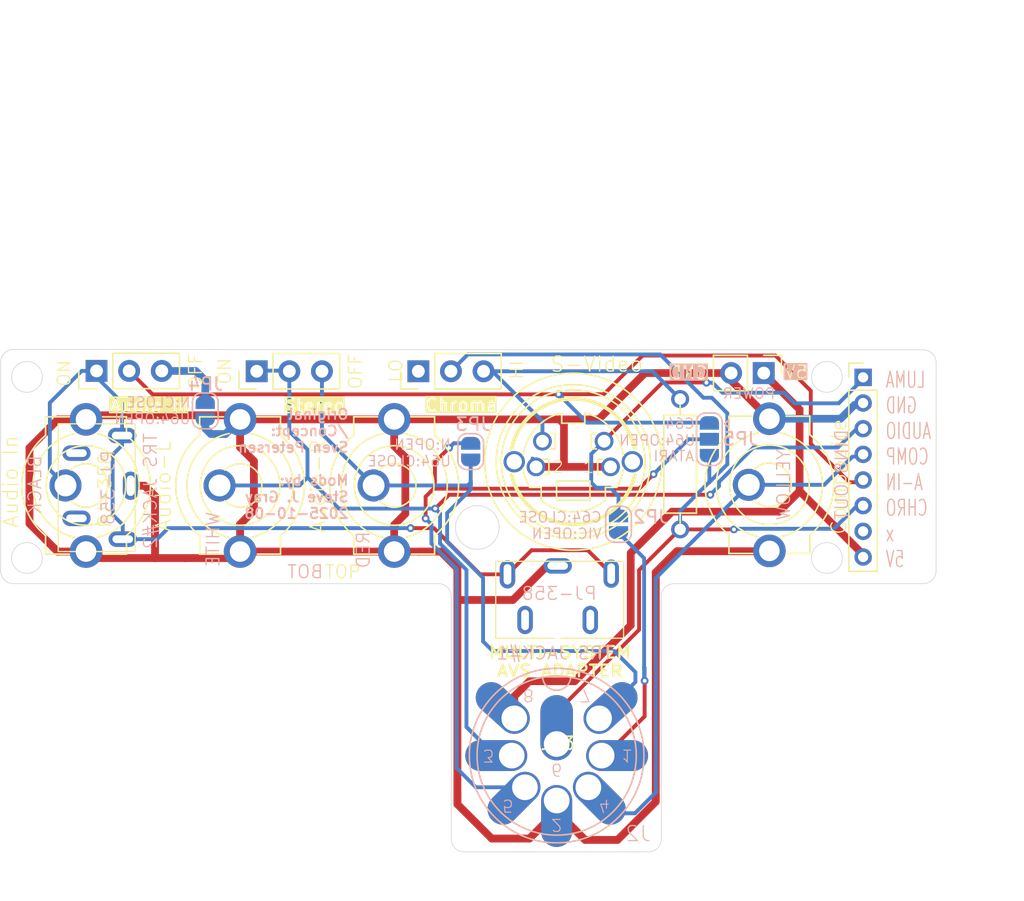
<source format=kicad_pcb>
(kicad_pcb (version 20241229) (generator "pcbnew") (generator_version "9.0")
  (layers (0 "F.Cu" signal) (2 "B.Cu" signal) (13 "F.Paste" user) (15 "B.Paste" user) (5 "F.SilkS" user "F.Silkscreen") (7 "B.SilkS" user "B.Silkscreen") (1 "F.Mask" user) (3 "B.Mask" user) (25 "Edge.Cuts" user))
  (net 0 "")
  (net 1 "ChromaFix")
  (net 2 "GND")
  (net 4 "Luma")
  (net 6 "Composite")
  (net 7 "AudioR")
  (net 8 "AudioL")
  (net 9 "Chroma")
  (net 10 "5V")
  (net 11 "AudioIN")
  (net 12 "ExtAudio")
  (net 14 "Net-(J7-Pin_3)")
  (net 15 "Net-(JP3-B)")
  (net 16 "Net-(JP2-B)")
  (footprint "Connector_PinHeader_2.54mm:PinHeader_1x03_P2.54mm_Vertical" (layer "F.Cu") (at 128.820001 89.175 90)
    (property "Reference" "J7" (hide yes))
    (property "Value" "Audio IN" (hide yes))
    (pad "1" thru_hole rect (at 0 0 90) (size 1.7 1.7) (drill 1) (layers "*.Cu" "*.Mask") (net 12 "ExtAudio"))
    (pad "2" thru_hole circle (at 0 2.54 90) (size 1.7 1.7) (drill 1) (layers "*.Cu" "*.Mask") (net 11 "AudioIN"))
    (pad "3" thru_hole circle (at 0 5.079999 90) (size 1.7 1.7) (drill 1) (layers "*.Cu" "*.Mask") (net 14 "Net-(J7-Pin_3)"))
  )
  (footprint "C64_AV-Adaptor:R-10" (layer "F.Cu") (at 174.275 96.445001 90)
    (property "Reference" "R1" (hide yes))
    (property "Value" "330R" (hide yes))
    (pad "1" thru_hole circle (at -5.079999 0 90) (size 1.397 1.397) (drill 0.889) (layers "*.Cu" "*.Mask") (net 9 "Chroma"))
    (pad "2" thru_hole circle (at 5.079999 0 90) (size 1.397 1.397) (drill 0.889) (layers "*.Cu" "*.Mask") (net 1 "ChromaFix"))
  )
  (footprint "Connector_PinHeader_2.54mm:PinHeader_1x03_P2.54mm_Vertical" (layer "F.Cu") (at 141.295001 89.2 90)
    (property "Reference" "J8" (hide yes))
    (property "Value" "Stereo" (hide yes))
    (pad "1" thru_hole rect (at 0 0 90) (size 1.7 1.7) (drill 1) (layers "*.Cu" "*.Mask") (net 8 "AudioL"))
    (pad "2" thru_hole circle (at 0 2.54 90) (size 1.7 1.7) (drill 1) (layers "*.Cu" "*.Mask") (net 8 "AudioL"))
    (pad "3" thru_hole circle (at 0 5.079999 90) (size 1.7 1.7) (drill 1) (layers "*.Cu" "*.Mask") (net 7 "AudioR"))
  )
  (footprint "C64_AV-Adaptor:MINIDIN4_V" (layer "F.Cu") (at 165.95 96.25)
    (property "Reference" "J1" (hide yes))
    (property "Value" "RTC9028" (hide yes))
    (fp_text user "2" (at -1.2 0.4 0) (layer "F.SilkS") (effects (font (size 0.93472 0.93472) (thickness 0.08128))))
    (fp_text user "1" (at 1.2 0.4 0) (layer "F.SilkS") (effects (font (size 0.93472 0.93472) (thickness 0.08128))))
    (pad "1" thru_hole circle (at 2.9 0.4) (size 1.4572 1.4572) (drill 1) (layers "*.Cu" "*.Mask") (net 2 "GND"))
    (pad "2" thru_hole circle (at -2.9 0.4) (size 1.4572 1.4572) (drill 1) (layers "*.Cu" "*.Mask") (net 2 "GND"))
    (pad "3" thru_hole circle (at 2.4 -1.6) (size 1.4572 1.4572) (drill 1) (layers "*.Cu" "*.Mask") (net 4 "Luma"))
    (pad "4" thru_hole circle (at -2.4 -1.6) (size 1.4572 1.4572) (drill 1) (layers "*.Cu" "*.Mask") (net 1 "ChromaFix"))
    (pad "CS1" thru_hole circle (at 4.6 0) (size 1.6572 1.6572) (drill 1.2) (layers "*.Cu" "*.Mask"))
    (pad "CS2" thru_hole circle (at -4.6 0) (size 1.6572 1.6572) (drill 1.2) (layers "*.Cu" "*.Mask"))
  )
  (footprint "PJ-358:Jack_3.5mm_CUI_PJ-358_vertical" (layer "F.Cu") (at 126.4412 98.1202 90)
    (property "Reference" "J12" (hide yes))
    (property "Value" "AudioJack3_SwitchTR" (hide yes))
    (pad "R" thru_hole oval (at -4.1656 4.4196 90) (size 1.2 2.2) (drill oval 0.6 1.6) (layers "*.Cu" "*.Mask") (net 12 "ExtAudio"))
    (pad "RN" thru_hole oval (at -2.54 0.8128 90) (size 1.2 2.2) (drill oval 0.6 1.6) (layers "*.Cu" "*.Mask"))
    (pad "S" thru_hole oval (at 0 5.029199 90) (size 2.2 1.2) (drill oval 1.6 0.6) (layers "*.Cu" "*.Mask") (net 2 "GND"))
    (pad "T" thru_hole oval (at 3.9116 4.3688 270) (size 1.2 2.2) (drill oval 0.6 1.6) (layers "*.Cu" "*.Mask") (net 12 "ExtAudio"))
    (pad "TN" thru_hole oval (at 2.54 0.8128 270) (size 1.2 2.2) (drill oval 0.6 1.6) (layers "*.Cu" "*.Mask"))
  )
  (footprint "Connector_PinHeader_2.00mm:PinHeader_1x08_P2.00mm_Vertical" (layer "F.Cu") (at 188.525 89.675)
    (property "Reference" "J11" (hide yes))
    (property "Value" "DIN OUT" (hide yes))
    (pad "1" thru_hole rect (at 0 0) (size 1.35 1.35) (drill 0.8) (layers "*.Cu" "*.Mask") (net 4 "Luma"))
    (pad "2" thru_hole circle (at 0 2) (size 1.35 1.35) (drill 0.8) (layers "*.Cu" "*.Mask") (net 2 "GND"))
    (pad "3" thru_hole circle (at 0 4) (size 1.35 1.35) (drill 0.8) (layers "*.Cu" "*.Mask") (net 8 "AudioL"))
    (pad "4" thru_hole circle (at 0 6) (size 1.35 1.35) (drill 0.8) (layers "*.Cu" "*.Mask") (net 6 "Composite"))
    (pad "5" thru_hole circle (at 0 8) (size 1.35 1.35) (drill 0.8) (layers "*.Cu" "*.Mask") (net 11 "AudioIN"))
    (pad "6" thru_hole circle (at 0 10) (size 1.35 1.35) (drill 0.8) (layers "*.Cu" "*.Mask") (net 9 "Chroma"))
    (pad "7" thru_hole circle (at 0 12) (size 1.35 1.35) (drill 0.8) (layers "*.Cu" "*.Mask"))
    (pad "8" thru_hole circle (at 0 14) (size 1.35 1.35) (drill 0.8) (layers "*.Cu" "*.Mask") (net 10 "5V"))
  )
  (footprint "PJ-358:Jack_3.5mm_CUI_PJ-358_vertical" (layer "F.Cu") (at 164.7366 109.3938 180)
    (property "Reference" "J13" (at 0 -8.8 0) (layer "F.SilkS"))
    (property "Value" "AudioJack3_SwitchTR")
    (pad "" np_thru_hole circle (at 0 -0.0508 180) (size 1.2 1.2) (drill 1.2) (layers "*.Cu" "*.Mask"))
    (pad "R" thru_hole oval (at -4.1656 4.4196 180) (size 1.2 2.2) (drill oval 0.6 1.6) (layers "*.Cu" "*.Mask") (net 12 "ExtAudio"))
    (pad "RN" thru_hole oval (at -2.54 0.8128 180) (size 1.2 2.2) (drill oval 0.6 1.6) (layers "*.Cu" "*.Mask"))
    (pad "S" thru_hole oval (at 0 5.029199 180) (size 2.2 1.2) (drill oval 1.6 0.6) (layers "*.Cu" "*.Mask") (net 2 "GND"))
    (pad "T" thru_hole oval (at 3.9116 4.3688) (size 1.2 2.2) (drill oval 0.6 1.6) (layers "*.Cu" "*.Mask") (net 12 "ExtAudio"))
    (pad "TN" thru_hole oval (at 2.54 0.8128) (size 1.2 2.2) (drill oval 0.6 1.6) (layers "*.Cu" "*.Mask"))
  )
  (footprint "C64_AV-Adaptor:RCJ-02X" (layer "F.Cu") (at 181.225 98.05 90)
    (property "Reference" "J6" (hide yes))
    (property "Value" "RCJ-024")
    (pad "R1" thru_hole circle (at -5.15 0 90) (size 2.54 2.54) (drill 1.6) (layers "*.Cu" "*.Mask") (net 2 "GND"))
    (pad "R2" thru_hole circle (at 5.15 0 90) (size 2.54 2.54) (drill 1.6) (layers "*.Cu" "*.Mask") (net 2 "GND"))
    (pad "T" thru_hole circle (at 0 -1.6 90) (size 2.5 2.5) (drill 1.7) (layers "*.Cu" "*.Mask") (net 6 "Composite"))
  )
  (footprint "C64_AV-Adaptor:RCJ-02X" (layer "F.Cu") (at 128 98.1 90)
    (property "Reference" "J3" (hide yes))
    (property "Value" "RCJ-021" (hide yes))
    (pad "R1" thru_hole circle (at -5.15 0 90) (size 2.54 2.54) (drill 1.6) (layers "*.Cu" "*.Mask") (net 2 "GND"))
    (pad "R2" thru_hole circle (at 5.15 0 90) (size 2.54 2.54) (drill 1.6) (layers "*.Cu" "*.Mask") (net 2 "GND"))
    (pad "T" thru_hole circle (at 0 -1.6 90) (size 2.5 2.5) (drill 1.7) (layers "*.Cu" "*.Mask") (net 12 "ExtAudio"))
  )
  (footprint "Connector_PinHeader_2.54mm:PinHeader_1x02_P2.54mm_Vertical" (layer "F.Cu") (at 180.785 89.34 -90)
    (property "Reference" "J10" (hide yes))
    (property "Value" "PowerOut" (hide yes))
    (pad "1" thru_hole rect (at 0 0 270) (size 1.7 1.7) (drill 1) (layers "*.Cu" "*.Mask") (net 10 "5V"))
    (pad "2" thru_hole circle (at 0 2.54 270) (size 1.7 1.7) (drill 1) (layers "*.Cu" "*.Mask") (net 2 "GND"))
  )
  (footprint "C64_AV-Adaptor:RCJ-02X" (layer "F.Cu") (at 152 98.1 90)
    (property "Reference" "J5" (hide yes))
    (property "Value" "RCJ-022" (hide yes))
    (pad "R1" thru_hole circle (at -5.15 0 90) (size 2.54 2.54) (drill 1.6) (layers "*.Cu" "*.Mask") (net 2 "GND"))
    (pad "R2" thru_hole circle (at 5.15 0 90) (size 2.54 2.54) (drill 1.6) (layers "*.Cu" "*.Mask") (net 2 "GND"))
    (pad "T" thru_hole circle (at 0 -1.6 90) (size 2.5 2.5) (drill 1.7) (layers "*.Cu" "*.Mask") (net 7 "AudioR"))
  )
  (footprint "Connector_PinHeader_2.54mm:PinHeader_1x03_P2.54mm_Vertical" (layer "F.Cu") (at 153.882501 89.2 90)
    (property "Reference" "J9" (hide yes))
    (property "Value" "ChromaFix" (hide yes))
    (pad "1" thru_hole rect (at 0 0 90) (size 1.7 1.7) (drill 1) (layers "*.Cu" "*.Mask"))
    (pad "2" thru_hole circle (at 0 2.54 90) (size 1.7 1.7) (drill 1) (layers "*.Cu" "*.Mask") (net 9 "Chroma"))
    (pad "3" thru_hole circle (at 0 5.079999 90) (size 1.7 1.7) (drill 1) (layers "*.Cu" "*.Mask") (net 1 "ChromaFix"))
  )
  (footprint "C64_AV-Adaptor:RCJ-02X" (layer "F.Cu") (at 140 98.1 90)
    (property "Reference" "J4" (hide yes))
    (property "Value" "RCJ-023" (hide yes))
    (pad "R1" thru_hole circle (at -5.15 0 90) (size 2.54 2.54) (drill 1.6) (layers "*.Cu" "*.Mask") (net 2 "GND"))
    (pad "R2" thru_hole circle (at 5.15 0 90) (size 2.54 2.54) (drill 1.6) (layers "*.Cu" "*.Mask") (net 2 "GND"))
    (pad "T" thru_hole circle (at 0 -1.6 90) (size 2.5 2.5) (drill 1.7) (layers "*.Cu" "*.Mask") (net 8 "AudioL"))
  )
  (footprint "Jumper:SolderJumper-2_P1.3mm_Open_RoundedPad1.0x1.5mm" (layer "B.Cu") (at 137.287 92.288601 -90)
    (property "Reference" "JP4" (at -2.093201 -0.0254 180) (layer "B.SilkS") (effects (justify mirror)))
    (property "Value" "Audio GND Option")
    (pad "1" smd custom (at -0.649999 0 270) (size 1 0.5) (layers "B.Cu" "B.Mask") (net 14 "Net-(J7-Pin_3)") (options (clearance outline) (anchor rect)) (primitives (gr_circle (center 0 -0.25) (end 0.5 -0.25) (width 0) (fill yes)) (gr_circle (center 0 0.25) (end 0.5 0.25) (width 0) (fill yes)) (gr_poly (pts (xy 0.5 -0.75) (xy 0 -0.75) (xy 0 0.75) (xy 0.5 0.75)) (width 0) (fill yes))))
    (pad "2" smd custom (at 0.649999 0 270) (size 1 0.5) (layers "B.Cu" "B.Mask") (net 2 "GND") (options (clearance outline) (anchor rect)) (primitives (gr_circle (center 0 -0.25) (end 0.5 -0.25) (width 0) (fill yes)) (gr_circle (center 0 0.25) (end 0.5 0.25) (width 0) (fill yes)) (gr_poly (pts (xy 0 -0.75) (xy -0.5 -0.75) (xy -0.5 0.75) (xy 0 0.75)) (width 0) (fill yes))))
  )
  (footprint "C64_AV-Adaptor:SV80_INNER" (layer "B.Cu") (at 164.657107 119.150856)
    (property "Reference" "J2" (at 6.35 5.3975 0) (layer "B.SilkS") (effects (font (size 1.176528 1.176528) (thickness 0.093472)) (justify top mirror)))
    (property "Value" "SV80")
    (fp_text user "7" (at 2.2 -4.7 180) (layer "B.SilkS") (effects (font (size 0.93472 0.93472) (thickness 0.08128)) (justify mirror)))
    (fp_text user "8" (at -2.2 -4.7 180) (layer "B.SilkS") (effects (font (size 0.93472 0.93472) (thickness 0.08128)) (justify mirror)))
    (fp_text user "4" (at 3.7 3.9 180) (layer "B.SilkS") (effects (font (size 0.93472 0.93472) (thickness 0.08128)) (justify mirror)))
    (fp_text user "5" (at -3.8 3.9 180) (layer "B.SilkS") (effects (font (size 0.93472 0.93472) (thickness 0.08128)) (justify mirror)))
    (fp_text user "2" (at 0 5.4 180) (layer "B.SilkS") (effects (font (size 0.93472 0.93472) (thickness 0.08128)) (justify mirror)))
    (fp_text user "3" (at -5.3 0 180) (layer "B.SilkS") (effects (font (size 0.93472 0.93472) (thickness 0.08128)) (justify mirror)))
    (fp_text user "1" (at 5.5 0 180) (layer "B.SilkS") (effects (font (size 0.93472 0.93472) (thickness 0.08128)) (justify mirror)))
    (fp_text user "6" (at 0 1.1 180) (layer "B.SilkS") (effects (font (size 0.93472 0.93472) (thickness 0.08128)) (justify mirror)))
    (pad "1" thru_hole oval (at 3.5 0) (size 4.826 2.413) (drill 2 (offset 1.2065 0)) (layers "*.Cu" "*.Mask") (net 16 "Net-(JP2-B)"))
    (pad "2" thru_hole oval (at 0 3.5 270) (size 4.826 2.413) (drill 2 (offset 1.2065 0)) (layers "*.Cu" "*.Mask") (net 2 "GND"))
    (pad "3" thru_hole oval (at -3.5 0 180) (size 4.826 2.413) (drill 2 (offset 1.2065 0)) (layers "*.Cu" "*.Mask") (net 8 "AudioL"))
    (pad "4" thru_hole oval (at 2.47 2.47 315) (size 4.826 2.413) (drill 2 (offset 1.2065 0)) (layers "*.Cu" "*.Mask") (net 6 "Composite"))
    (pad "5" thru_hole oval (at -2.47 2.47 225) (size 4.826 2.413) (drill 2 (offset 1.2065 0)) (layers "*.Cu" "*.Mask") (net 15 "Net-(JP3-B)"))
    (pad "6" thru_hole oval (at 0 -0.9 90) (size 5.08 2.54) (drill 2 (offset 1.27 0)) (layers "*.Cu" "*.Mask") (net 9 "Chroma"))
    (pad "7" thru_hole oval (at 3.3 -2.9 42) (size 4.826 2.413) (drill 2 (offset 1.2065 0)) (layers "*.Cu" "*.Mask") (net 7 "AudioR"))
    (pad "8" thru_hole oval (at -3.3 -2.9 138) (size 4.826 2.413) (drill 2 (offset 1.2065 0)) (layers "*.Cu" "*.Mask") (net 10 "5V"))
  )
  (footprint "Jumper:SolderJumper-2_P1.3mm_Open_RoundedPad1.0x1.5mm" (layer "B.Cu") (at 157.9626 95.463601 90)
    (property "Reference" "JP3" (at 2.138601 0.1624 180) (layer "B.SilkS") (effects (justify mirror)))
    (property "Value" "U64")
    (pad "1" smd custom (at -0.649999 0 90) (size 1 0.5) (layers "B.Cu" "B.Mask") (net 7 "AudioR") (options (clearance outline) (anchor rect)) (primitives (gr_circle (center 0 -0.25) (end 0.5 -0.25) (width 0) (fill yes)) (gr_circle (center 0 0.25) (end 0.5 0.25) (width 0) (fill yes)) (gr_poly (pts (xy 0.5 -0.75) (xy 0 -0.75) (xy 0 0.75) (xy 0.5 0.75)) (width 0) (fill yes))))
    (pad "2" smd custom (at 0.649999 0 90) (size 1 0.5) (layers "B.Cu" "B.Mask") (net 15 "Net-(JP3-B)") (options (clearance outline) (anchor rect)) (primitives (gr_circle (center 0 -0.25) (end 0.5 -0.25) (width 0) (fill yes)) (gr_circle (center 0 0.25) (end 0.5 0.25) (width 0) (fill yes)) (gr_poly (pts (xy 0 -0.75) (xy -0.5 -0.75) (xy -0.5 0.75) (xy 0 0.75)) (width 0) (fill yes))))
  )
  (footprint "Jumper:SolderJumper-3_P1.3mm_Open_RoundedPad1.0x1.5mm" (layer "B.Cu") (at 176.55 94.5 -90)
    (property "Reference" "JP5" (at -0.025 -2.4 0) (layer "B.SilkS") (effects (justify mirror)))
    (property "Value" "PIN5")
    (pad "1" smd custom (at -1.3 0 270) (size 1 0.5) (layers "B.Cu" "B.Mask") (net 11 "AudioIN") (options (clearance outline) (anchor rect)) (primitives (gr_circle (center 0 -0.25) (end 0.5 -0.25) (width 0) (fill yes)) (gr_circle (center 0 0.25) (end 0.5 0.25) (width 0) (fill yes)) (gr_poly (pts (xy 0.55 -0.75) (xy 0 -0.75) (xy 0 0.75) (xy 0.55 0.75)) (width 0) (fill yes))))
    (pad "2" smd rect (at 0 0 270) (size 1 1.5) (layers "B.Cu" "B.Mask") (net 15 "Net-(JP3-B)"))
    (pad "3" smd custom (at 1.3 0 270) (size 1 0.5) (layers "B.Cu" "B.Mask") (net 9 "Chroma") (options (clearance outline) (anchor rect)) (primitives (gr_circle (center 0 -0.25) (end 0.5 -0.25) (width 0) (fill yes)) (gr_circle (center 0 0.25) (end 0.5 0.25) (width 0) (fill yes)) (gr_poly (pts (xy 0 -0.75) (xy -0.55 -0.75) (xy -0.55 0.75) (xy 0 0.75)) (width 0) (fill yes))))
  )
  (footprint "Jumper:SolderJumper-2_P1.3mm_Open_RoundedPad1.0x1.5mm" (layer "B.Cu") (at 169.475 101.125 -90)
    (property "Reference" "JP2" (at -0.575 -2.5 0) (layer "B.SilkS") (effects (justify mirror)))
    (property "Value" "Luma Enable")
    (pad "1" smd custom (at -0.649999 0 270) (size 1 0.5) (layers "B.Cu" "B.Mask") (net 4 "Luma") (options (clearance outline) (anchor rect)) (primitives (gr_circle (center 0 -0.25) (end 0.5 -0.25) (width 0) (fill yes)) (gr_circle (center 0 0.25) (end 0.5 0.25) (width 0) (fill yes)) (gr_poly (pts (xy 0.5 -0.75) (xy 0 -0.75) (xy 0 0.75) (xy 0.5 0.75)) (width 0) (fill yes))))
    (pad "2" smd custom (at 0.649999 0 270) (size 1 0.5) (layers "B.Cu" "B.Mask") (net 16 "Net-(JP2-B)") (options (clearance outline) (anchor rect)) (primitives (gr_circle (center 0 -0.25) (end 0.5 -0.25) (width 0) (fill yes)) (gr_circle (center 0 0.25) (end 0.5 0.25) (width 0) (fill yes)) (gr_poly (pts (xy 0 -0.75) (xy -0.5 -0.75) (xy -0.5 0.75) (xy 0 0.75)) (width 0) (fill yes))))
  )
  (gr_arc (start 194.21 104.75) (mid 193.917107 105.457107) (end 193.21 105.75) (stroke (width 0.05)) (layer "Edge.Cuts"))
  (gr_line (start 173.812197 105.750001) (end 193.21 105.75) (stroke (width 0.05)) (layer "Edge.Cuts"))
  (gr_arc (start 172.81 125.65) (mid 172.517107 126.357107) (end 171.81 126.65) (stroke (width 0.05)) (layer "Edge.Cuts"))
  (gr_arc (start 122.35 105.75) (mid 121.642893 105.457107) (end 121.35 104.75) (stroke (width 0.05)) (layer "Edge.Cuts"))
  (gr_line (start 122.35 87.5) (end 187.0411 87.53) (stroke (width 0.05)) (layer "Edge.Cuts"))
  (gr_line (start 194.21 104.75) (end 194.2149 88.53) (stroke (width 0.05)) (layer "Edge.Cuts"))
  (gr_line (start 121.35 104.75) (end 121.35 88.5) (stroke (width 0.05)) (layer "Edge.Cuts"))
  (gr_line (start 172.81 125.65) (end 172.8122 106.75) (stroke (width 0.05)) (layer "Edge.Cuts"))
  (gr_line (start 156.44765 106.759999) (end 156.44765 125.644401) (stroke (width 0.05)) (layer "Edge.Cuts"))
  (gr_arc (start 193.2149 87.53) (mid 193.922007 87.822893) (end 194.2149 88.53) (stroke (width 0.05)) (layer "Edge.Cuts"))
  (gr_arc (start 155.44765 105.75) (mid 156.154757 106.042893) (end 156.44765 106.75) (stroke (width 0.05)) (layer "Edge.Cuts"))
  (gr_arc (start 121.35 88.5) (mid 121.642893 87.792893) (end 122.35 87.5) (stroke (width 0.05)) (layer "Edge.Cuts"))
  (gr_line (start 155.4477 105.75) (end 122.35 105.75) (stroke (width 0.05)) (layer "Edge.Cuts"))
  (gr_arc (start 172.8122 106.75) (mid 173.105095 106.042912) (end 173.812197 105.75005) (stroke (width 0.05)) (layer "Edge.Cuts"))
  (gr_circle (center 123.4 89.64) (end 124.6 89.64) (stroke (width 0.05)) (fill no) (layer "Edge.Cuts"))
  (gr_arc (start 157.44765 126.6544) (mid 156.740543 126.361507) (end 156.44765 125.6544) (stroke (width 0.05)) (layer "Edge.Cuts"))
  (gr_line (start 187.0411 87.53) (end 193.2149 87.53) (stroke (width 0.05)) (layer "Edge.Cuts"))
  (gr_line (start 171.81 126.65) (end 157.44765 126.6544) (stroke (width 0.05)) (layer "Edge.Cuts"))
  (gr_circle (center 123.4 103.75) (end 124.6 103.75) (stroke (width 0.05)) (fill no) (layer "Edge.Cuts"))
  (gr_circle (center 185.7 89.64) (end 186.9 89.64) (stroke (width 0.05)) (fill no) (layer "Edge.Cuts"))
  (gr_circle (center 158.475 101.375) (end 160.175 101.375) (stroke (width 0.05)) (fill no) (layer "Edge.Cuts"))
  (gr_circle (center 185.7 103.75) (end 186.9 103.75) (stroke (width 0.05)) (fill no) (layer "Edge.Cuts"))
  (gr_text "Composite" (at 187.325 97.425 90) (layer "F.SilkS") (effects (font (size 1.1684 1.1684) (thickness 0.1016)) (justify bottom)))
  (gr_text "OFF" (at 136.525 89.2048 90) (layer "F.SilkS") (effects (font (size 1 1) (thickness 0.1))))
  (gr_text "GND" (at 173.36 89.275 0) (layer "F.SilkS" knockout) (effects (font (size 1 1) (thickness 0.1)) (justify left)))
  (gr_text "HI" (at 161.5375 89.925 90) (layer "F.SilkS") (effects (font (size 1 1) (thickness 0.1)) (justify left)))
  (gr_text "PJ-358" (at 130.05 101.475 90) (layer "F.SilkS") (effects (font (size 1 1) (thickness 0.1)) (justify left bottom)))
  (gr_text "TOP" (at 148 104.825 0) (layer "F.SilkS") (effects (font (size 1 1) (thickness 0.1))))
  (gr_text "Audio In" (at 132.95 91.275 0) (layer "F.SilkS" knockout) (effects (font (size 1 1) (thickness 0.1)) (justify top)))
  (gr_text "LO" (at 152.125 90.15 90) (layer "F.SilkS") (effects (font (size 1 1) (thickness 0.1)) (justify left)))
  (gr_text "MULTI-SYSTEM\nAVS ADAPTER" (at 164.9222 113.0808 0) (layer "F.SilkS") (effects (font (size 0.9 1) (thickness 0.18) (bold yes)) (justify bottom)))
  (gr_text "Chroma" (at 157.225 91.825 0) (layer "F.SilkS" knockout) (effects (font (size 1 1) (thickness 0.1))))
  (gr_text "ON" (at 126.2888 89.3572 90) (layer "F.SilkS") (effects (font (size 1 1) (thickness 0.1))))
  (gr_text "ON" (at 138.79095 89.198069 90) (layer "F.SilkS") (effects (font (size 1 1) (thickness 0.1))))
  (gr_text "OFF" (at 148.97635 89.223469 90) (layer "F.SilkS") (effects (font (size 1 1) (thickness 0.1))))
  (gr_text "5V" (at 182.24 89.275 0) (layer "F.SilkS" knockout) (effects (font (size 1 1) (thickness 0.1)) (justify left)))
  (gr_text "Audio-L" (at 134.7 98.15 90) (layer "F.SilkS") (effects (font (size 1.1684 1.1684) (thickness 0.1016)) (justify bottom)))
  (gr_text "Audio In" (at 122.8 97.8 90) (layer "F.SilkS") (effects (font (size 1.1684 1.1684) (thickness 0.1016)) (justify bottom)))
  (gr_text "Audio-R" (at 146.75 98.15 90) (layer "F.SilkS") (effects (font (size 1.1684 1.1684) (thickness 0.1016)) (justify bottom)))
  (gr_text "S-Video" (at 164.1 88.65 0) (layer "F.SilkS") (effects (font (size 1.1684 1.1684) (thickness 0.1016)) (justify left)))
  (gr_text "Stereo" (at 145.8 91.275 0) (layer "F.SilkS" knockout) (effects (font (size 1 1) (thickness 0.1)) (justify top)))
  (gr_text "LUMA\nGND\nAUDIO\nCOMP\nA-IN\nCHRO\nx\n5V" (at 190.22 104.57 0) (layer "B.SilkS") (effects (font (size 1.24 0.8) (thickness 0.1)) (justify right bottom mirror)))
  (gr_text "WHITE" (at 138.475 102.3 90) (layer "B.SilkS") (effects (font (size 1 1) (thickness 0.1)) (justify bottom mirror)))
  (gr_text "U64:OPEN" (at 175.525 95.05 0) (layer "B.SilkS") (effects (font (size 0.8 0.8) (thickness 0.1)) (justify left bottom mirror)))
  (gr_text "C64" (at 175.475 93.75 0) (layer "B.SilkS") (effects (font (size 0.8 0.8) (thickness 0.1)) (justify left bottom mirror)))
  (gr_text "TRS JACK#2" (at 133.6 93.95 90) (layer "B.SilkS") (effects (font (size 1 1) (thickness 0.1)) (justify left bottom mirror)))
  (gr_text "N:OPEN\nU64:CLOSE" (at 156.4894 96.6724 0) (layer "B.SilkS") (effects (font (size 0.8 0.8) (thickness 0.1)) (justify left bottom mirror)))
  (gr_text "C64:CLOSE\nVIC:OPEN" (at 168.225 102.325 0) (layer "B.SilkS") (effects (font (size 0.8 0.8) (thickness 0.1)) (justify left bottom mirror)))
  (gr_text "YELLOW" (at 182.92 98.05 90) (layer "B.SilkS") (effects (font (size 1 1) (thickness 0.1)) (justify bottom mirror)))
  (gr_text "BOT" (at 145.07 105.41 0) (layer "B.SilkS") (effects (font (size 1 1) (thickness 0.1)) (justify bottom mirror)))
  (gr_text "DIN8 OUT" (at 187.45 93.6498 90) (layer "B.SilkS") (effects (font (size 1 1) (thickness 0.1)) (justify left bottom mirror)))
  (gr_text "Original\n/Concept:\nSven Petersen\n\nMods by:\nSteve J. Gray\n2025-10-08" (at 148.525 100.75 0) (layer "B.SilkS") (effects (font (size 0.8 0.8) (thickness 0.15) (bold yes)) (justify left bottom mirror)))
  (gr_text "ATARI" (at 175.425 96.275 0) (layer "B.SilkS") (effects (font (size 0.8 0.8) (thickness 0.1)) (justify left bottom mirror)))
  (gr_text "TRS JACK#1" (at 169.075 111.75 0) (layer "B.SilkS") (effects (font (size 1 1) (thickness 0.1)) (justify left bottom mirror)))
  (gr_text "POWER" (at 177.53 91.4 0) (layer "B.SilkS") (effects (font (size 0.8 0.8) (thickness 0.1)) (justify right bottom mirror)))
  (gr_text "N:CLOSE\nU64:OPEN" (at 136.2 93.375 0) (layer "B.SilkS") (effects (font (size 0.8 0.8) (thickness 0.1)) (justify left bottom mirror)))
  (gr_text "RED" (at 150.175 103.125 90) (layer "B.SilkS") (effects (font (size 1 1) (thickness 0.1)) (justify bottom mirror)))
  (gr_text "GND" (at 176.53 89.32 0) (layer "B.SilkS" knockout) (effects (font (size 1 1) (thickness 0.1)) (justify left mirror)))
  (gr_text "PJ-358" (at 167.85 107.1 0) (layer "B.SilkS") (effects (font (size 1 1) (thickness 0.1)) (justify left bottom mirror)))
  (gr_text "5V" (at 182.34 89.85 0) (layer "B.SilkS" knockout) (effects (font (size 1 1) (thickness 0.1)) (justify right bottom mirror)))
  (gr_text "PJ-358" (at 130.3 95.275 90) (layer "B.SilkS") (effects (font (size 1 1) (thickness 0.1)) (justify left bottom mirror)))
  (gr_text "BLACK" (at 124.6 98.07 90) (layer "B.SilkS") (effects (font (size 1 1) (thickness 0.1)) (justify bottom mirror)))
  (segment (start 163.55 93.1) (end 159.65 89.2) (width 0.3) (layer "B.Cu") (net 1))
  (segment (start 158.9625 89.2) (end 172.109998 89.2) (width 0.3) (layer "B.Cu") (net 1))
  (segment (start 172.109998 89.2) (end 174.275 91.365002) (width 0.3) (layer "B.Cu") (net 1))
  (segment (start 163.55 94.65) (end 163.55 93.1) (width 0.3) (layer "B.Cu") (net 1))
  (segment (start 164.657107 123.492706) (end 164.657107 122.650856) (width 0.6096) (layer "F.Cu") (net 2))
  (segment (start 128.509 103.759) (end 133.3754 103.759) (width 0.6096) (layer "F.Cu") (net 2))
  (segment (start 156.925 122.01) (end 156.925 122.941456) (width 0.6) (layer "F.Cu") (net 2))
  (segment (start 167.925 92.95) (end 164.875 92.95) (width 0.6) (layer "F.Cu") (net 2))
  (segment (start 156.925 107.025) (end 156.925 122.01) (width 0.6096) (layer "F.Cu") (net 2))
  (segment (start 181.2 103.225) (end 174.025 103.225) (width 0.6096) (layer "F.Cu") (net 2))
  (segment (start 161.25 107.025) (end 163.910399 104.364601) (width 0.6096) (layer "F.Cu") (net 2))
  (segment (start 152 103.25) (end 153.9 103.25) (width 0.6) (layer "F.Cu") (net 2))
  (segment (start 140 92.95) (end 139.6838 92.6338) (width 0.6096) (layer "F.Cu") (net 2))
  (segment (start 164.657107 123.506456) (end 164.657107 122.650856) (width 0.6096) (layer "F.Cu") (net 2))
  (segment (start 123.5964 95.1738) (end 125.8202 92.95) (width 0.6096) (layer "F.Cu") (net 2))
  (segment (start 172.375 122.22) (end 172.375 122.6319) (width 0.6096) (layer "F.Cu") (net 2))
  (segment (start 128 103.25) (end 128.509 103.759) (width 0.6096) (layer "F.Cu") (net 2))
  (segment (start 156.925 104.55) (end 156.925 107.025) (width 0.6096) (layer "F.Cu") (net 2))
  (segment (start 164.657107 122.650856) (end 164.657107 124.302894) (width 0.6096) (layer "F.Cu") (net 2))
  (segment (start 135.6868 103.759) (end 139.491 103.759) (width 0.6096) (layer "F.Cu") (net 2))
  (segment (start 172.375 122.22) (end 172.375 122.747106) (width 0.6) (layer "F.Cu") (net 2))
  (segment (start 165.2 96.65) (end 163.05 96.65) (width 0.6) (layer "F.Cu") (net 2))
  (segment (start 132.5626 98.1202) (end 133.3754 98.933) (width 0.6096) (layer "F.Cu") (net 2))
  (segment (start 140 101.125) (end 140 103.25) (width 0.6096) (layer "F.Cu") (net 2))
  (segment (start 152.86905 95.89745) (end 152.86905 100.30595) (width 0.6) (layer "F.Cu") (net 2))
  (segment (start 155.625 103.25) (end 156.925 104.55) (width 0.6096) (layer "F.Cu") (net 2))
  (segment (start 169.4 125.722106) (end 166.872757 125.722106) (width 0.6096) (layer "F.Cu") (net 2))
  (segment (start 123.5964 101.0666) (end 123.5964 95.1738) (width 0.6096) (layer "F.Cu") (net 2))
  (segment (start 133.3754 103.759) (end 135.6868 103.759) (width 0.6096) (layer "F.Cu") (net 2))
  (segment (start 140 92.95) (end 140 95.125) (width 0.6096) (layer "F.Cu") (net 2))
  (segment (start 140 103.25) (end 140 104.0975) (width 0.6096) (layer "F.Cu") (net 2))
  (segment (start 152.35 103.6) (end 152 103.25) (width 0.6096) (layer "F.Cu") (net 2))
  (segment (start 163.910399 104.364601) (end 164.7366 104.364601) (width 0.6096) (layer "F.Cu") (net 2))
  (segment (start 128 103.25) (end 125.7798 103.25) (width 0.6096) (layer "F.Cu") (net 2))
  (segment (start 165.225 96.625) (end 165.25 96.65) (width 0.6) (layer "F.Cu") (net 2))
  (segment (start 156.925 122.941456) (end 159.6 125.616456) (width 0.6) (layer "F.Cu") (net 2))
  (segment (start 133.3754 98.933) (end 133.3754 103.759) (width 0.6096) (layer "F.Cu") (net 2))
  (segment (start 152 92.95) (end 152 95.0284) (width 0.6) (layer "F.Cu") (net 2))
  (segment (start 125.8202 92.95) (end 128 92.95) (width 0.6096) (layer "F.Cu") (net 2))
  (segment (start 178.245 89.34) (end 171.535 89.34) (width 0.6) (layer "F.Cu") (net 2))
  (segment (start 156.925 107.025) (end 161.25 107.025) (width 0.6096) (layer "F.Cu") (net 2))
  (segment (start 172.375 104.875) (end 172.375 122.22) (width 0.6096) (layer "F.Cu") (net 2))
  (segment (start 141.075 96.2) (end 141.075 100.05) (width 0.6096) (layer "F.Cu") (net 2))
  (segment (start 139.6838 92.6338) (end 128.3162 92.6338) (width 0.6096) (layer "F.Cu") (net 2))
  (segment (start 140 103.25) (end 152 103.25) (width 0.6096) (layer "F.Cu") (net 2))
  (segment (start 141.075 100.05) (end 140 101.125) (width 0.6096) (layer "F.Cu") (net 2))
  (segment (start 128.3162 92.6338) (end 128 92.95) (width 0.6096) (layer "F.Cu") (net 2))
  (segment (start 152.86905 100.30595) (end 152 101.175) (width 0.6) (layer "F.Cu") (net 2))
  (segment (start 140 95.125) (end 141.075 96.2) (width 0.6096) (layer "F.Cu") (net 2))
  (segment (start 165.25 96.65) (end 168.85 96.65) (width 0.6) (layer "F.Cu") (net 2))
  (segment (start 164.875 92.95) (end 165.225 93.3) (width 0.6) (layer "F.Cu") (net 2))
  (segment (start 125.7798 103.25) (end 123.5964 101.0666) (width 0.6096) (layer "F.Cu") (net 2))
  (segment (start 164.875 92.95) (end 152 92.95) (width 0.6) (layer "F.Cu") (net 2))
  (segment (start 178.245 89.92) (end 181.225 92.9) (width 0.6) (layer "F.Cu") (net 2))
  (segment (start 152 95.0284) (end 152.86905 95.89745) (width 0.6) (layer "F.Cu") (net 2))
  (segment (start 131.470399 98.1202) (end 132.5626 98.1202) (width 0.6096) (layer "F.Cu") (net 2))
  (segment (start 181.225 103.2) (end 181.2 103.225) (width 0.6096) (layer "F.Cu") (net 2))
  (segment (start 152 101.175) (end 152 103.25) (width 0.6) (layer "F.Cu") (net 2))
  (segment (start 162.533357 125.616456) (end 164.657107 123.492706) (width 0.6096) (layer "F.Cu") (net 2))
  (segment (start 156.925 122.01) (end 156.925 122.92) (width 0.6096) (layer "F.Cu") (net 2))
  (segment (start 165.225 93.3) (end 165.225 96.625) (width 0.6) (layer "F.Cu") (net 2))
  (segment (start 178.245 89.34) (end 178.245 89.92) (width 0.6) (layer "F.Cu") (net 2))
  (segment (start 140 92.95) (end 152 92.95) (width 0.6096) (layer "F.Cu") (net 2))
  (segment (start 172.375 122.747106) (end 169.4 125.722106) (width 0.6) (layer "F.Cu") (net 2))
  (segment (start 165.225 96.625) (end 165.2 96.65) (width 0.6) (layer "F.Cu") (net 2))
  (segment (start 171.535 89.34) (end 167.925 92.95) (width 0.6) (layer "F.Cu") (net 2))
  (segment (start 166.872757 125.722106) (end 164.657107 123.506456) (width 0.6096) (layer "F.Cu") (net 2))
  (segment (start 139.491 103.759) (end 140 103.25) (width 0.6096) (layer "F.Cu") (net 2))
  (segment (start 159.6 125.616456) (end 162.533357 125.616456) (width 0.6096) (layer "F.Cu") (net 2))
  (segment (start 153.9 103.25) (end 155.625 103.25) (width 0.6096) (layer "F.Cu") (net 2))
  (segment (start 174.025 103.225) (end 172.375 104.875) (width 0.6096) (layer "F.Cu") (net 2))
  (arc (start 164.657107 124.302894) (mid 164.733227 124.685577) (end 164.95 125.01) (width 0.6096) (layer "F.Cu") (net 2))
  (segment (start 139.70625 103.25) (end 140 103.25) (width 0.6096) (layer "B.Cu") (net 2))
  (segment (start 140 92.95) (end 138.86 94.09) (width 0.6096) (layer "B.Cu") (net 2))
  (segment (start 151.39585 103.79685) (end 151.24345 103.79685) (width 0.3048) (layer "B.Cu") (net 2))
  (segment (start 138.86 94.09) (end 137.7272 94.09) (width 0.6096) (layer "B.Cu") (net 2))
  (segment (start 164.657107 122.650856) (end 164.657107 124.249144) (width 0.6096) (layer "B.Cu") (net 2))
  (segment (start 137.287 93.6498) (end 137.287 92.9386) (width 0.6096) (layer "B.Cu") (net 2))
  (segment (start 162.775 95.9964) (end 163.0512 96.2726) (width 0.3) (layer "B.Cu") (net 2))
  (segment (start 186.77 92.9) (end 187.84 91.83) (width 0.6) (layer "B.Cu") (net 2))
  (segment (start 181.225 92.9) (end 186.77 92.9) (width 0.6) (layer "B.Cu") (net 2))
  (segment (start 187.84 91.83) (end 188.87 91.83) (width 0.6) (layer "B.Cu") (net 2))
  (segment (start 137.7272 94.09) (end 137.287 93.6498) (width 0.6096) (layer "B.Cu") (net 2))
  (segment (start 188.87 91.83) (end 188.89 91.85) (width 0.6) (layer "B.Cu") (net 2))
  (arc (start 164.657107 124.249144) (mid 164.580986 124.631827) (end 164.364213 124.95625) (width 0.6096) (layer "B.Cu") (net 2))
  (segment (start 176.325 90.0924) (end 176.3076 90.075) (width 0.3) (layer "F.Cu") (net 4))
  (segment (start 172.9 90.075) (end 168.35 94.625) (width 0.3) (layer "F.Cu") (net 4))
  (segment (start 168.35 94.625) (end 168.35 94.65) (width 0.3) (layer "F.Cu") (net 4))
  (segment (start 176.3076 90.075) (end 172.9 90.075) (width 0.3) (layer "F.Cu") (net 4))
  (via (at 176.325 90.0924) (size 0.6) (drill 0.3) (layers "F.Cu" "B.Cu") (net 4))
  (segment (start 167.75 98.275) (end 168.825 98.275) (width 0.3) (layer "B.Cu") (net 4))
  (segment (start 167.35 95.65) (end 168.35 94.65) (width 0.3) (layer "B.Cu") (net 4))
  (segment (start 186.62 91.7) (end 183.18 91.7) (width 0.3) (layer "B.Cu") (net 4))
  (segment (start 169.475 98.925) (end 169.475 100.475001) (width 0.3) (layer "B.Cu") (net 4))
  (segment (start 168.825 98.275) (end 169.475 98.925) (width 0.3) (layer "B.Cu") (net 4))
  (segment (start 167.35 95.65) (end 167.35 97.875) (width 0.3) (layer "B.Cu") (net 4))
  (segment (start 183.18 91.7) (end 182.35 90.87) (width 0.3) (layer "B.Cu") (net 4))
  (segment (start 167.35 97.875) (end 167.75 98.275) (width 0.3) (layer "B.Cu") (net 4))
  (segment (start 177.575 90.87) (end 176.7974 90.0924) (width 0.3) (layer "B.Cu") (net 4))
  (segment (start 188.89 89.85) (end 188.47 89.85) (width 0.3) (layer "B.Cu") (net 4))
  (segment (start 176.7974 90.0924) (end 176.325 90.0924) (width 0.3) (layer "B.Cu") (net 4))
  (segment (start 188.47 89.85) (end 186.62 91.7) (width 0.3) (layer "B.Cu") (net 4))
  (segment (start 182.35 90.87) (end 177.575 90.87) (width 0.3) (layer "B.Cu") (net 4))
  (segment (start 169.153507 123.647256) (end 167.127107 121.620856) (width 0.3048) (layer "B.Cu") (net 6))
  (segment (start 172.375 122.011549) (end 172.383357 122.019906) (width 0.3048) (layer "B.Cu") (net 6))
  (segment (start 172.383357 122.019906) (end 170.756007 123.647256) (width 0.3048) (layer "B.Cu") (net 6))
  (segment (start 179.625 98.075) (end 172.375 105.325) (width 0.3048) (layer "B.Cu") (net 6))
  (segment (start 170.756007 123.647256) (end 169.153507 123.647256) (width 0.3048) (layer "B.Cu") (net 6))
  (segment (start 187.7 95.85) (end 188.89 95.85) (width 0.3) (layer "B.Cu") (net 6))
  (segment (start 185.5 98.05) (end 179.625 98.05) (width 0.3) (layer "B.Cu") (net 6))
  (segment (start 172.375 105.325) (end 172.375 122.011549) (width 0.3048) (layer "B.Cu") (net 6))
  (segment (start 179.625 98.05) (end 179.625 98.075) (width 0.3048) (layer "B.Cu") (net 6))
  (segment (start 185.5 98.05) (end 187.7 95.85) (width 0.3) (layer "B.Cu") (net 6))
  (segment (start 150.4 98.1) (end 150.3617 98.1) (width 0.3) (layer "F.Cu") (net 7))
  (segment (start 170.79 113.417963) (end 167.957107 116.250856) (width 0.3) (layer "B.Cu") (net 7))
  (segment (start 157.7288 98.1) (end 150.4 98.1) (width 0.3) (layer "B.Cu") (net 7))
  (segment (start 150.4 98.1) (end 146.375 94.075) (width 0.3) (layer "B.Cu") (net 7))
  (segment (start 157.9626 97.917) (end 157.9118 97.917) (width 0.3) (layer "B.Cu") (net 7))
  (segment (start 170.79 112.65) (end 170.79 113.417963) (width 0.3) (layer "B.Cu") (net 7))
  (segment (start 169.14 111) (end 170.79 112.65) (width 0.3) (layer "B.Cu") (net 7))
  (segment (start 158.925 105.3) (end 158.925 110.25) (width 0.3) (layer "B.Cu") (net 7))
  (segment (start 157.9626 97.917) (end 157.97 97.9244) (width 0.3) (layer "B.Cu") (net 7))
  (segment (start 156.125 102.5) (end 158.925 105.3) (width 0.3) (layer "B.Cu") (net 7))
  (segment (start 157.9626 97.75) (end 157.9626 98.4124) (width 0.3) (layer "B.Cu") (net 7))
  (segment (start 150.4 98.1) (end 150.425 98.075) (width 0.3) (layer "B.Cu") (net 7))
  (segment (start 157.9626 97.917) (end 157.9626 97.75) (width 0.3) (layer "B.Cu") (net 7))
  (segment (start 156.125 100.25) (end 156.125 102.5) (width 0.3) (layer "B.Cu") (net 7))
  (segment (start 159.675 111) (end 169.14 111) (width 0.3) (layer "B.Cu") (net 7))
  (segment (start 157.9626 97.75) (end 157.9626 96.1136) (width 0.3) (layer "B.Cu") (net 7))
  (segment (start 146.375 94.075) (end 146.375 89.2) (width 0.3) (layer "B.Cu") (net 7))
  (segment (start 157.97 97.9244) (end 157.97 98.1) (width 0.3) (layer "B.Cu") (net 7))
  (segment (start 157.9626 98.4124) (end 156.125 100.25) (width 0.3) (layer "B.Cu") (net 7))
  (segment (start 158.925 110.25) (end 159.675 111) (width 0.3) (layer "B.Cu") (net 7))
  (segment (start 157.9118 97.917) (end 157.7288 98.1) (width 0.3) (layer "B.Cu") (net 7))
  (segment (start 176.625 98.825) (end 156.275 98.825) (width 0.3) (layer "F.Cu") (net 8))
  (segment (start 156.275 98.825) (end 155.2 99.9) (width 0.3) (layer "F.Cu") (net 8))
  (segment (start 138.4 98.1) (end 138.4092 98.1) (width 0.3) (layer "F.Cu") (net 8))
  (via (at 176.625 98.825) (size 0.6) (drill 0.3) (layers "F.Cu" "B.Cu") (net 8))
  (via (at 155.2 99.9) (size 0.6) (drill 0.3) (layers "F.Cu" "B.Cu") (net 8))
  (segment (start 155.575 102.625) (end 157.63 104.68) (width 0.3) (layer "B.Cu") (net 8))
  (segment (start 144.625 98.1) (end 145.25 97.475) (width 0.3) (layer "B.Cu") (net 8))
  (segment (start 143.835001 93.885001) (end 143.835001 89.2) (width 0.3) (layer "B.Cu") (net 8))
  (segment (start 158.484376 117.775624) (end 158.191782 117.483031) (width 0.3048) (layer "B.Cu") (net 8))
  (segment (start 145.916732 98.116732) (end 145.836251 98.116732) (width 0.3) (layer "B.Cu") (net 8))
  (segment (start 161.157107 119.150856) (end 159.859607 119.150856) (width 0.3048) (layer "B.Cu") (net 8))
  (segment (start 177.3 97.825) (end 177.95 97.175) (width 0.3) (layer "B.Cu") (net 8))
  (segment (start 157.63 104.68) (end 157.63 116.921248) (width 0.3) (layer "B.Cu") (net 8))
  (segment (start 145.25 95.3) (end 143.835001 93.885001) (width 0.3) (layer "B.Cu") (net 8))
  (segment (start 179.985 95.14) (end 186.56 95.14) (width 0.3) (layer "B.Cu") (net 8))
  (segment (start 145.836251 98.116732) (end 145.836251 98.061251) (width 0.3) (layer "B.Cu") (net 8))
  (segment (start 157.981607 117.272856) (end 157.708357 116.999606) (width 0.3) (layer "B.Cu") (net 8))
  (segment (start 159.859607 119.150856) (end 158.484376 117.775624) (width 0.3048) (layer "B.Cu") (net 8))
  (segment (start 141.295001 89.15) (end 143.835001 89.15) (width 0.3) (layer "B.Cu") (net 8))
  (segment (start 145.25 97.475) (end 145.25 95.3) (width 0.3) (layer "B.Cu") (net 8))
  (segment (start 155.2 99.9) (end 155.575 100.275) (width 0.3) (layer "B.Cu") (net 8))
  (segment (start 157.708357 116.999606) (end 158.191782 117.483031) (width 0.3) (layer "B.Cu") (net 8))
  (segment (start 147.7 99.9) (end 145.916732 98.116732) (width 0.3) (layer "B.Cu") (net 8))
  (segment (start 155.2 99.9) (end 147.7 99.9) (width 0.3) (layer "B.Cu") (net 8))
  (segment (start 187.85 93.85) (end 188.89 93.85) (width 0.3) (layer "B.Cu") (net 8))
  (segment (start 157.63 116.921248) (end 158.484376 117.775624) (width 0.3) (layer "B.Cu") (net 8))
  (segment (start 138.4 98.1) (end 144 98.1) (width 0.3) (layer "B.Cu") (net 8))
  (segment (start 144 98.1) (end 144.625 98.1) (width 0.3) (layer "B.Cu") (net 8))
  (segment (start 176.625 98.825) (end 177.3 98.15) (width 0.3) (layer "B.Cu") (net 8))
  (segment (start 145.836251 98.061251) (end 145.25 97.475) (width 0.3) (layer "B.Cu") (net 8))
  (segment (start 177.3 98.15) (end 177.3 97.825) (width 0.3) (layer "B.Cu") (net 8))
  (segment (start 177.95 97.175) (end 179.985 95.14) (width 0.3) (layer "B.Cu") (net 8))
  (segment (start 155.575 100.275) (end 155.575 102.625) (width 0.3) (layer "B.Cu") (net 8))
  (segment (start 158.191782 117.483031) (end 157.981607 117.272856) (width 0.3048) (layer "B.Cu") (net 8))
  (segment (start 186.56 95.14) (end 187.85 93.85) (width 0.3) (layer "B.Cu") (net 8))
  (segment (start 171.075 104.6928) (end 171.075 109.345) (width 0.3) (layer "F.Cu") (net 9))
  (segment (start 164.657107 115.762893) (end 164.657107 118.250856) (width 0.3) (layer "F.Cu") (net 9))
  (segment (start 178.465 101.525) (end 174.275 101.525) (width 0.3) (layer "F.Cu") (net 9))
  (segment (start 174.2428 101.525) (end 171.075 104.6928) (width 0.3) (layer "F.Cu") (net 9))
  (segment (start 164.657107 115.299436) (end 164.657107 118.250856) (width 0.3048) (layer "F.Cu") (net 9))
  (segment (start 174.275 101.525) (end 174.2428 101.525) (width 0.3) (layer "F.Cu") (net 9))
  (segment (start 171.075 109.345) (end 164.657107 115.762893) (width 0.3) (layer "F.Cu") (net 9))
  (via (at 178.465 101.525) (size 0.6) (drill 0.3) (layers "F.Cu" "B.Cu") (net 9))
  (segment (start 176.55 97.8) (end 176.55 95.8) (width 0.3) (layer "B.Cu") (net 9))
  (segment (start 176.525 97.825) (end 176.55 97.8) (width 0.3) (layer "B.Cu") (net 9))
  (segment (start 176.5 97.875) (end 176.525 97.875) (width 0.3) (layer "B.Cu") (net 9))
  (segment (start 176.0875 91.2625) (end 172.715 87.89) (width 0.3) (layer "B.Cu") (net 9))
  (segment (start 176.525 97.875) (end 177.95 96.45) (width 0.3) (layer "B.Cu") (net 9))
  (segment (start 177.95 96.45) (end 177.95 94.225) (width 0.3) (layer "B.Cu") (net 9))
  (segment (start 186.255 101.475) (end 187.88 99.85) (width 0.3) (layer "B.Cu") (net 9))
  (segment (start 157.732501 87.89) (end 156.422501 89.2) (width 0.3) (layer "B.Cu") (net 9))
  (segment (start 178.465 101.525) (end 178.515 101.475) (width 0.3) (layer "B.Cu") (net 9))
  (segment (start 178.515 101.475) (end 186.255 101.475) (width 0.3) (layer "B.Cu") (net 9))
  (segment (start 176.7375 91.2625) (end 176.0875 91.2625) (width 0.3) (layer "B.Cu") (net 9))
  (segment (start 174.275 101.525) (end 174.275 100.1) (width 0.3) (layer "B.Cu") (net 9))
  (segment (start 177.95 94.225) (end 177.95 92.475) (width 0.3) (layer "B.Cu") (net 9))
  (segment (start 177.95 92.475) (end 176.7375 91.2625) (width 0.3) (layer "B.Cu") (net 9))
  (segment (start 172.715 87.89) (end 157.732501 87.89) (width 0.3) (layer "B.Cu") (net 9))
  (segment (start 187.88 99.85) (end 188.89 99.85) (width 0.3) (layer "B.Cu") (net 9))
  (segment (start 176.525 97.875) (end 176.525 97.825) (width 0.3) (layer "B.Cu") (net 9))
  (segment (start 174.275 100.1) (end 176.5 97.875) (width 0.3) (layer "B.Cu") (net 9))
  (segment (start 161.357107 114.532893) (end 162.5298 113.3602) (width 0.6) (layer "F.Cu") (net 10))
  (segment (start 170.425 103.3616) (end 173.6466 100.14) (width 0.6) (layer "F.Cu") (net 10))
  (segment (start 181.98 100.14) (end 183.58 98.54) (width 0.6) (layer "F.Cu") (net 10))
  (segment (start 183.58 94.9) (end 183.58 92.18) (width 0.6) (layer "F.Cu") (net 10))
  (segment (start 166.0598 113.3602) (end 170.425 108.995) (width 0.6) (layer "F.Cu") (net 10))
  (segment (start 186.245 101.205) (end 188.89 103.85) (width 0.6) (layer "F.Cu") (net 10))
  (segment (start 170.425 108.995) (end 170.425 103.3616) (width 0.6) (layer "F.Cu") (net 10))
  (segment (start 183.58 94.9) (end 183.58 98.54) (width 0.6) (layer "F.Cu") (net 10))
  (segment (start 161.357107 116.250856) (end 161.357107 114.532893) (width 0.6) (layer "F.Cu") (net 10))
  (segment (start 162.5298 113.3602) (end 166.0598 113.3602) (width 0.6) (layer "F.Cu") (net 10))
  (segment (start 173.6466 100.14) (end 181.98 100.14) (width 0.6) (layer "F.Cu") (net 10))
  (segment (start 183.58 92.18) (end 180.785 89.385) (width 0.6) (layer "F.Cu") (net 10))
  (segment (start 180.785 89.385) (end 180.785 89.34) (width 0.6) (layer "F.Cu") (net 10))
  (segment (start 183.58 98.54) (end 186.245 101.205) (width 0.6) (layer "F.Cu") (net 10))
  (segment (start 160.844157 115.737906) (end 161.357107 116.250856) (width 0.6) (layer "B.Cu") (net 10))
  (segment (start 164.81 90.99) (end 164.27 90.99) (width 0.3) (layer "F.Cu") (net 11))
  (segment (start 181.7 87.975) (end 171.35 87.975) (width 0.3) (layer "F.Cu") (net 11))
  (segment (start 164.27 90.99) (end 164.26 91) (width 0.3) (layer "F.Cu") (net 11))
  (segment (start 164.26 91) (end 133.185001 91) (width 0.3) (layer "F.Cu") (net 11))
  (segment (start 184.45 90.725) (end 181.7 87.975) (width 0.3) (layer "F.Cu") (net 11))
  (segment (start 133.185001 91) (end 131.360001 89.175) (width 0.3) (layer "F.Cu") (net 11))
  (segment (start 171.35 87.975) (end 168.335 90.99) (width 0.3) (layer "F.Cu") (net 11))
  (segment (start 188.89 97.85) (end 187.45 97.85) (width 0.3) (layer "F.Cu") (net 11))
  (segment (start 184.45 94.85) (end 184.45 90.725) (width 0.3) (layer "F.Cu") (net 11))
  (segment (start 168.335 90.99) (end 164.81 90.99) (width 0.3) (layer "F.Cu") (net 11))
  (segment (start 187.45 97.85) (end 184.45 94.85) (width 0.3) (layer "F.Cu") (net 11))
  (via (at 164.81 90.99) (size 0.6) (drill 0.3) (layers "F.Cu" "B.Cu") (net 11))
  (segment (start 176.55 93.2) (end 167.02 93.2) (width 0.3) (layer "B.Cu") (net 11))
  (segment (start 167.02 93.2) (end 164.81 90.99) (width 0.3) (layer "B.Cu") (net 11))
  (segment (start 167.078 103.15) (end 168.9022 104.9742) (width 0.3) (layer "F.Cu") (net 12))
  (segment (start 160.825 105.025) (end 162.7 103.15) (width 0.3) (layer "F.Cu") (net 12))
  (segment (start 158.7 105.025) (end 160.825 105.025) (width 0.3) (layer "F.Cu") (net 12))
  (segment (start 153.275 101.425) (end 155.1 101.425) (width 0.3) (layer "F.Cu") (net 12))
  (segment (start 162.7 103.15) (end 167.078 103.15) (width 0.3) (layer "F.Cu") (net 12))
  (segment (start 155.1 101.425) (end 158.7 105.025) (width 0.3) (layer "F.Cu") (net 12))
  (via (at 153.275 101.425) (size 0.6) (drill 0.3) (layers "F.Cu" "B.Cu") (net 12))
  (segment (start 130.81 94.9706) (end 130.0734 95.7072) (width 0.3) (layer "B.Cu") (net 12))
  (segment (start 130.81 94.2086) (end 130.81 94.9706) (width 0.3) (layer "B.Cu") (net 12))
  (segment (start 130.5052 91.3384) (end 130.81 91.6432) (width 0.3) (layer "B.Cu") (net 12))
  (segment (start 126.4 98.1) (end 125.18 96.88) (width 0.3) (layer "B.Cu") (net 12))
  (segment (start 130.0734 100.3808) (end 130.8608 101.1682) (width 0.3) (layer "B.Cu") (net 12))
  (segment (start 125.18 96.88) (end 125.18 91.66) (width 0.3) (layer "B.Cu") (net 12))
  (segment (start 134.4 101.425) (end 133.5392 102.2858) (width 0.3) (layer "B.Cu") (net 12))
  (segment (start 153.275 101.425) (end 134.4 101.425) (width 0.3) (layer "B.Cu") (net 12))
  (segment (start 133.5392 102.2858) (end 130.8608 102.2858) (width 0.3) (layer "B.Cu") (net 12))
  (segment (start 130.0734 95.7072) (end 130.0734 100.3808) (width 0.3) (layer "B.Cu") (net 12))
  (segment (start 127.665 89.175) (end 128.820001 89.175) (width 0.3) (layer "B.Cu") (net 12))
  (segment (start 130.81 91.6432) (end 130.81 94.2086) (width 0.3) (layer "B.Cu") (net 12))
  (segment (start 128.820001 89.653201) (end 130.5052 91.3384) (width 0.3) (layer "B.Cu") (net 12))
  (segment (start 130.8608 101.1682) (end 130.8608 102.2858) (width 0.3) (layer "B.Cu") (net 12))
  (segment (start 128.820001 89.175) (end 128.820001 89.653201) (width 0.3) (layer "B.Cu") (net 12))
  (segment (start 125.18 91.66) (end 127.665 89.175) (width 0.3) (layer "B.Cu") (net 12))
  (segment (start 137.287 89.916) (end 137.287 91.638602) (width 0.6) (layer "B.Cu") (net 14))
  (segment (start 136.546 89.175) (end 137.287 89.916) (width 0.6) (layer "B.Cu") (net 14))
  (segment (start 133.9 89.175) (end 136.546 89.175) (width 0.6) (layer "B.Cu") (net 14))
  (segment (start 134.055 89.02) (end 133.9 89.175) (width 0.3) (layer "B.Cu") (net 14))
  (segment (start 171.075 98.35) (end 158 98.35) (width 0.3) (layer "F.Cu") (net 15))
  (segment (start 156.15 95.3) (end 156.275 95.175) (width 0.3) (layer "F.Cu") (net 15))
  (segment (start 155.175 96.275) (end 156.275 95.175) (width 0.3) (layer "F.Cu") (net 15))
  (segment (start 154.9 98.525) (end 155.175 98.25) (width 0.3) (layer "F.Cu") (net 15))
  (segment (start 154.45 98.975) (end 154.9 98.525) (width 0.3) (layer "F.Cu") (net 15))
  (segment (start 155.175 98.25) (end 155.175 96.275) (width 0.3) (layer "F.Cu") (net 15))
  (segment (start 158 98.35) (end 155.075 98.35) (width 0.3) (layer "F.Cu") (net 15))
  (segment (start 155.075 98.35) (end 154.9 98.525) (width 0.3) (layer "F.Cu") (net 15))
  (segment (start 154.45 100.675) (end 154.45 98.975) (width 0.3) (layer "F.Cu") (net 15))
  (segment (start 172.2 97.225) (end 171.075 98.35) (width 0.3) (layer "F.Cu") (net 15))
  (via (at 172.2 97.225) (size 0.6) (drill 0.3) (layers "F.Cu" "B.Cu") (net 15))
  (via (at 154.45 100.675) (size 0.6) (drill 0.3) (layers "F.Cu" "B.Cu") (net 15))
  (via (at 156.275 95.175) (size 0.6) (drill 0.3) (layers "F.Cu" "B.Cu") (net 15))
  (segment (start 154.45 100.675) (end 154.9 101.125) (width 0.3) (layer "B.Cu") (net 15))
  (segment (start 158.362757 121.620856) (end 162.187107 121.620856) (width 0.3) (layer "B.Cu") (net 15))
  (segment (start 156.688602 94.813602) (end 157.9626 94.813602) (width 0.3) (layer "B.Cu") (net 15))
  (segment (start 156.65 94.8) (end 156.675 94.8) (width 0.3) (layer "B.Cu") (net 15))
  (segment (start 154.9 101.125) (end 154.9 102.625) (width 0.3) (layer "B.Cu") (net 15))
  (segment (start 172.2 97.225) (end 174.925 94.5) (width 0.3) (layer "B.Cu") (net 15))
  (segment (start 156.875 120.133099) (end 158.362757 121.620856) (width 0.3) (layer "B.Cu") (net 15))
  (segment (start 156.875 104.6) (end 156.875 120.133099) (width 0.3) (layer "B.Cu") (net 15))
  (segment (start 156.275 95.175) (end 156.65 94.8) (width 0.3) (layer "B.Cu") (net 15))
  (segment (start 174.925 94.5) (end 176.55 94.5) (width 0.3) (layer "B.Cu") (net 15))
  (segment (start 154.9 102.625) (end 156.875 104.6) (width 0.3) (layer "B.Cu") (net 15))
  (segment (start 156.675 94.8) (end 156.688602 94.813602) (width 0.3) (layer "B.Cu") (net 15))
  (segment (start 171.508357 113.32) (end 171.508357 116.091456) (width 0.3048) (layer "F.Cu") (net 16))
  (segment (start 171.508357 116.091456) (end 168.448957 119.150856) (width 0.3048) (layer "F.Cu") (net 16))
  (segment (start 168.448957 119.150856) (end 168.157107 119.150856) (width 0.3048) (layer "F.Cu") (net 16))
  (via (at 171.508357 113.32) (size 0.6) (drill 0.3) (layers "F.Cu" "B.Cu") (net 16))
  (segment (start 171.508357 112.326456) (end 171.468357 112.286456) (width 0.3) (layer "B.Cu") (net 16))
  (segment (start 171.468357 112.326456) (end 171.468357 113.28) (width 0.3) (layer "B.Cu") (net 16))
  (segment (start 168.157107 119.150856) (end 169.852407 119.150856) (width 0.3048) (layer "B.Cu") (net 16))
  (segment (start 171.468357 113.28) (end 171.508357 113.32) (width 0.3) (layer "B.Cu") (net 16))
  (segment (start 171.468357 103.768356) (end 169.475 101.774999) (width 0.3) (layer "B.Cu") (net 16))
  (segment (start 168.157107 119.150856) (end 168.474607 118.833356) (width 0.3048) (layer "B.Cu") (net 16))
  (segment (start 171.508357 113.32) (end 171.508357 112.326456) (width 0.3) (layer "B.Cu") (net 16))
  (segment (start 171.468357 112.286456) (end 171.468357 103.768356) (width 0.3) (layer "B.Cu") (net 16))
  (segment (start 171.508357 112.326456) (end 171.463357 112.281456) (width 0.3048) (layer "B.Cu") (net 16))
)
</source>
